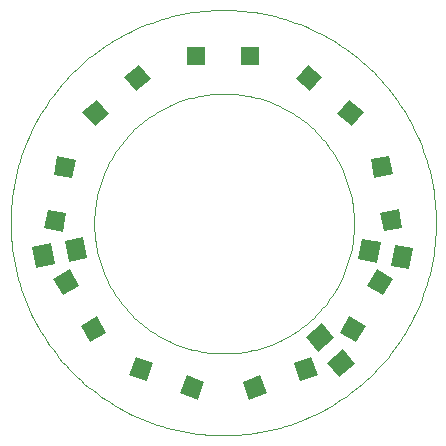
<source format=gtp>
G04 EAGLE Gerber RS-274X export*
G75*
%MOMM*%
%FSLAX35Y35*%
%LPD*%
%INsolder_paste_top*%
%IPPOS*%
%AMOC8*
5,1,8,0,0,1.08239X$1,22.5*%
G01*
%ADD10C,0.010000*%
%ADD11C,0.050000*%
%ADD12R,1.600000X1.800000*%
%ADD13R,1.600000X1.600000*%
%ADD14R,1.600000X1.600000*%


D10*
X1793375Y-42625D02*
X1793375Y57375D01*
X-1806625Y7375D02*
X-1806083Y51549D01*
X-1804457Y95697D01*
X-1801748Y139791D01*
X-1797958Y183806D01*
X-1793088Y227714D01*
X-1787143Y271490D01*
X-1780125Y315106D01*
X-1772039Y358538D01*
X-1762889Y401757D01*
X-1752681Y444739D01*
X-1741422Y487458D01*
X-1729118Y529887D01*
X-1715776Y572002D01*
X-1701404Y613777D01*
X-1686012Y655186D01*
X-1669608Y696205D01*
X-1652203Y736809D01*
X-1633806Y776974D01*
X-1614429Y816675D01*
X-1594083Y855889D01*
X-1572782Y894592D01*
X-1550536Y932760D01*
X-1527361Y970371D01*
X-1503270Y1007401D01*
X-1478278Y1043830D01*
X-1452399Y1079634D01*
X-1425649Y1114792D01*
X-1398044Y1149283D01*
X-1369601Y1183086D01*
X-1340337Y1216181D01*
X-1310270Y1248548D01*
X-1279417Y1280167D01*
X-1247798Y1311020D01*
X-1215431Y1341087D01*
X-1182336Y1370351D01*
X-1148533Y1398794D01*
X-1114042Y1426399D01*
X-1078884Y1453149D01*
X-1043080Y1479028D01*
X-1006651Y1504020D01*
X-969621Y1528111D01*
X-932010Y1551286D01*
X-893842Y1573532D01*
X-855139Y1594833D01*
X-815925Y1615179D01*
X-776224Y1634556D01*
X-736059Y1652953D01*
X-695455Y1670358D01*
X-654436Y1686762D01*
X-613027Y1702154D01*
X-571252Y1716526D01*
X-529137Y1729868D01*
X-486708Y1742172D01*
X-443989Y1753431D01*
X-401007Y1763639D01*
X-357788Y1772789D01*
X-314356Y1780875D01*
X-270740Y1787893D01*
X-226964Y1793838D01*
X-183056Y1798708D01*
X-139041Y1802498D01*
X-94947Y1805207D01*
X-50799Y1806833D01*
X-6625Y1807375D01*
X37549Y1806833D01*
X81697Y1805207D01*
X125791Y1802498D01*
X169806Y1798708D01*
X213714Y1793838D01*
X257490Y1787893D01*
X301106Y1780875D01*
X344538Y1772789D01*
X387757Y1763639D01*
X430739Y1753431D01*
X473458Y1742172D01*
X515887Y1729868D01*
X558002Y1716526D01*
X599777Y1702154D01*
X641186Y1686762D01*
X682205Y1670358D01*
X722809Y1652953D01*
X762974Y1634556D01*
X802675Y1615179D01*
X841889Y1594833D01*
X880592Y1573532D01*
X918760Y1551286D01*
X956371Y1528111D01*
X993401Y1504020D01*
X1029830Y1479028D01*
X1065634Y1453149D01*
X1100792Y1426399D01*
X1135283Y1398794D01*
X1169086Y1370351D01*
X1202181Y1341087D01*
X1234548Y1311020D01*
X1266167Y1280167D01*
X1297020Y1248548D01*
X1327087Y1216181D01*
X1356351Y1183086D01*
X1384794Y1149283D01*
X1412399Y1114792D01*
X1439149Y1079634D01*
X1465028Y1043830D01*
X1490020Y1007401D01*
X1514111Y970371D01*
X1537286Y932760D01*
X1559532Y894592D01*
X1580833Y855889D01*
X1601179Y816675D01*
X1620556Y776974D01*
X1638953Y736809D01*
X1656358Y696205D01*
X1672762Y655186D01*
X1688154Y613777D01*
X1702526Y572002D01*
X1715868Y529887D01*
X1728172Y487458D01*
X1739431Y444739D01*
X1749639Y401757D01*
X1758789Y358538D01*
X1766875Y315106D01*
X1773893Y271490D01*
X1779838Y227714D01*
X1784708Y183806D01*
X1788498Y139791D01*
X1791207Y95697D01*
X1792833Y51549D01*
X1793375Y7375D01*
X1792833Y-36799D01*
X1791207Y-80947D01*
X1788498Y-125041D01*
X1784708Y-169056D01*
X1779838Y-212964D01*
X1773893Y-256740D01*
X1766875Y-300356D01*
X1758789Y-343788D01*
X1749639Y-387007D01*
X1739431Y-429989D01*
X1728172Y-472708D01*
X1715868Y-515137D01*
X1702526Y-557252D01*
X1688154Y-599027D01*
X1672762Y-640436D01*
X1656358Y-681455D01*
X1638953Y-722059D01*
X1620556Y-762224D01*
X1601179Y-801925D01*
X1580833Y-841139D01*
X1559532Y-879842D01*
X1537286Y-918010D01*
X1514111Y-955621D01*
X1490020Y-992651D01*
X1465028Y-1029080D01*
X1439149Y-1064884D01*
X1412399Y-1100042D01*
X1384794Y-1134533D01*
X1356351Y-1168336D01*
X1327087Y-1201431D01*
X1297020Y-1233798D01*
X1266167Y-1265417D01*
X1234548Y-1296270D01*
X1202181Y-1326337D01*
X1169086Y-1355601D01*
X1135283Y-1384044D01*
X1100792Y-1411649D01*
X1065634Y-1438399D01*
X1029830Y-1464278D01*
X993401Y-1489270D01*
X956371Y-1513361D01*
X918760Y-1536536D01*
X880592Y-1558782D01*
X841889Y-1580083D01*
X802675Y-1600429D01*
X762974Y-1619806D01*
X722809Y-1638203D01*
X682205Y-1655608D01*
X641186Y-1672012D01*
X599777Y-1687404D01*
X558002Y-1701776D01*
X515887Y-1715118D01*
X473458Y-1727422D01*
X430739Y-1738681D01*
X387757Y-1748889D01*
X344538Y-1758039D01*
X301106Y-1766125D01*
X257490Y-1773143D01*
X213714Y-1779088D01*
X169806Y-1783958D01*
X125791Y-1787748D01*
X81697Y-1790457D01*
X37549Y-1792083D01*
X-6625Y-1792625D01*
X-50799Y-1792083D01*
X-94947Y-1790457D01*
X-139041Y-1787748D01*
X-183056Y-1783958D01*
X-226964Y-1779088D01*
X-270740Y-1773143D01*
X-314356Y-1766125D01*
X-357788Y-1758039D01*
X-401007Y-1748889D01*
X-443989Y-1738681D01*
X-486708Y-1727422D01*
X-529137Y-1715118D01*
X-571252Y-1701776D01*
X-613027Y-1687404D01*
X-654436Y-1672012D01*
X-695455Y-1655608D01*
X-736059Y-1638203D01*
X-776224Y-1619806D01*
X-815925Y-1600429D01*
X-855139Y-1580083D01*
X-893842Y-1558782D01*
X-932010Y-1536536D01*
X-969621Y-1513361D01*
X-1006651Y-1489270D01*
X-1043080Y-1464278D01*
X-1078884Y-1438399D01*
X-1114042Y-1411649D01*
X-1148533Y-1384044D01*
X-1182336Y-1355601D01*
X-1215431Y-1326337D01*
X-1247798Y-1296270D01*
X-1279417Y-1265417D01*
X-1310270Y-1233798D01*
X-1340337Y-1201431D01*
X-1369601Y-1168336D01*
X-1398044Y-1134533D01*
X-1425649Y-1100042D01*
X-1452399Y-1064884D01*
X-1478278Y-1029080D01*
X-1503270Y-992651D01*
X-1527361Y-955621D01*
X-1550536Y-918010D01*
X-1572782Y-879842D01*
X-1594083Y-841139D01*
X-1614429Y-801925D01*
X-1633806Y-762224D01*
X-1652203Y-722059D01*
X-1669608Y-681455D01*
X-1686012Y-640436D01*
X-1701404Y-599027D01*
X-1715776Y-557252D01*
X-1729118Y-515137D01*
X-1741422Y-472708D01*
X-1752681Y-429989D01*
X-1762889Y-387007D01*
X-1772039Y-343788D01*
X-1780125Y-300356D01*
X-1787143Y-256740D01*
X-1793088Y-212964D01*
X-1797958Y-169056D01*
X-1801748Y-125041D01*
X-1804457Y-80947D01*
X-1806083Y-36799D01*
X-1806625Y7375D01*
D11*
X-1100045Y0D02*
X-1099714Y26996D01*
X-1098720Y53977D01*
X-1097064Y80924D01*
X-1094748Y107823D01*
X-1091772Y134657D01*
X-1088139Y161410D01*
X-1083850Y188066D01*
X-1078908Y214608D01*
X-1073316Y241021D01*
X-1067078Y267289D01*
X-1060197Y293396D01*
X-1052677Y319326D01*
X-1044524Y345064D01*
X-1035741Y370594D01*
X-1026334Y395901D01*
X-1016309Y420969D01*
X-1005672Y445784D01*
X-994429Y470330D01*
X-982587Y494593D01*
X-970153Y518558D01*
X-957135Y542210D01*
X-943540Y565536D01*
X-929377Y588521D01*
X-914654Y611152D01*
X-899380Y633415D01*
X-883564Y655296D01*
X-867217Y676782D01*
X-850346Y697861D01*
X-832964Y718520D01*
X-815080Y738745D01*
X-796704Y758526D01*
X-777849Y777849D01*
X-758526Y796704D01*
X-738745Y815080D01*
X-718520Y832964D01*
X-697861Y850346D01*
X-676782Y867217D01*
X-655296Y883564D01*
X-633415Y899380D01*
X-611152Y914654D01*
X-588521Y929377D01*
X-565536Y943540D01*
X-542210Y957135D01*
X-518558Y970153D01*
X-494593Y982587D01*
X-470330Y994429D01*
X-445784Y1005672D01*
X-420969Y1016309D01*
X-395901Y1026334D01*
X-370594Y1035741D01*
X-345064Y1044524D01*
X-319326Y1052677D01*
X-293396Y1060197D01*
X-267289Y1067078D01*
X-241021Y1073316D01*
X-214608Y1078908D01*
X-188066Y1083850D01*
X-161410Y1088139D01*
X-134657Y1091772D01*
X-107823Y1094748D01*
X-80924Y1097064D01*
X-53977Y1098720D01*
X-26996Y1099714D01*
X0Y1100045D01*
X26996Y1099714D01*
X53977Y1098720D01*
X80924Y1097064D01*
X107823Y1094748D01*
X134657Y1091772D01*
X161410Y1088139D01*
X188066Y1083850D01*
X214608Y1078908D01*
X241021Y1073316D01*
X267289Y1067078D01*
X293396Y1060197D01*
X319326Y1052677D01*
X345064Y1044524D01*
X370594Y1035741D01*
X395901Y1026334D01*
X420969Y1016309D01*
X445784Y1005672D01*
X470330Y994429D01*
X494593Y982587D01*
X518558Y970153D01*
X542210Y957135D01*
X565536Y943540D01*
X588521Y929377D01*
X611152Y914654D01*
X633415Y899380D01*
X655296Y883564D01*
X676782Y867217D01*
X697861Y850346D01*
X718520Y832964D01*
X738745Y815080D01*
X758526Y796704D01*
X777849Y777849D01*
X796704Y758526D01*
X815080Y738745D01*
X832964Y718520D01*
X850346Y697861D01*
X867217Y676782D01*
X883564Y655296D01*
X899380Y633415D01*
X914654Y611152D01*
X929377Y588521D01*
X943540Y565536D01*
X957135Y542210D01*
X970153Y518558D01*
X982587Y494593D01*
X994429Y470330D01*
X1005672Y445784D01*
X1016309Y420969D01*
X1026334Y395901D01*
X1035741Y370594D01*
X1044524Y345064D01*
X1052677Y319326D01*
X1060197Y293396D01*
X1067078Y267289D01*
X1073316Y241021D01*
X1078908Y214608D01*
X1083850Y188066D01*
X1088139Y161410D01*
X1091772Y134657D01*
X1094748Y107823D01*
X1097064Y80924D01*
X1098720Y53977D01*
X1099714Y26996D01*
X1100045Y0D01*
X1099714Y-26996D01*
X1098720Y-53977D01*
X1097064Y-80924D01*
X1094748Y-107823D01*
X1091772Y-134657D01*
X1088139Y-161410D01*
X1083850Y-188066D01*
X1078908Y-214608D01*
X1073316Y-241021D01*
X1067078Y-267289D01*
X1060197Y-293396D01*
X1052677Y-319326D01*
X1044524Y-345064D01*
X1035741Y-370594D01*
X1026334Y-395901D01*
X1016309Y-420969D01*
X1005672Y-445784D01*
X994429Y-470330D01*
X982587Y-494593D01*
X970153Y-518558D01*
X957135Y-542210D01*
X943540Y-565536D01*
X929377Y-588521D01*
X914654Y-611152D01*
X899380Y-633415D01*
X883564Y-655296D01*
X867217Y-676782D01*
X850346Y-697861D01*
X832964Y-718520D01*
X815080Y-738745D01*
X796704Y-758526D01*
X777849Y-777849D01*
X758526Y-796704D01*
X738745Y-815080D01*
X718520Y-832964D01*
X697861Y-850346D01*
X676782Y-867217D01*
X655296Y-883564D01*
X633415Y-899380D01*
X611152Y-914654D01*
X588521Y-929377D01*
X565536Y-943540D01*
X542210Y-957135D01*
X518558Y-970153D01*
X494593Y-982587D01*
X470330Y-994429D01*
X445784Y-1005672D01*
X420969Y-1016309D01*
X395901Y-1026334D01*
X370594Y-1035741D01*
X345064Y-1044524D01*
X319326Y-1052677D01*
X293396Y-1060197D01*
X267289Y-1067078D01*
X241021Y-1073316D01*
X214608Y-1078908D01*
X188066Y-1083850D01*
X161410Y-1088139D01*
X134657Y-1091772D01*
X107823Y-1094748D01*
X80924Y-1097064D01*
X53977Y-1098720D01*
X26996Y-1099714D01*
X0Y-1100045D01*
X-26996Y-1099714D01*
X-53977Y-1098720D01*
X-80924Y-1097064D01*
X-107823Y-1094748D01*
X-134657Y-1091772D01*
X-161410Y-1088139D01*
X-188066Y-1083850D01*
X-214608Y-1078908D01*
X-241021Y-1073316D01*
X-267289Y-1067078D01*
X-293396Y-1060197D01*
X-319326Y-1052677D01*
X-345064Y-1044524D01*
X-370594Y-1035741D01*
X-395901Y-1026334D01*
X-420969Y-1016309D01*
X-445784Y-1005672D01*
X-470330Y-994429D01*
X-494593Y-982587D01*
X-518558Y-970153D01*
X-542210Y-957135D01*
X-565536Y-943540D01*
X-588521Y-929377D01*
X-611152Y-914654D01*
X-633415Y-899380D01*
X-655296Y-883564D01*
X-676782Y-867217D01*
X-697861Y-850346D01*
X-718520Y-832964D01*
X-738745Y-815080D01*
X-758526Y-796704D01*
X-777849Y-777849D01*
X-796704Y-758526D01*
X-815080Y-738745D01*
X-832964Y-718520D01*
X-850346Y-697861D01*
X-867217Y-676782D01*
X-883564Y-655296D01*
X-899380Y-633415D01*
X-914654Y-611152D01*
X-929377Y-588521D01*
X-943540Y-565536D01*
X-957135Y-542210D01*
X-970153Y-518558D01*
X-982587Y-494593D01*
X-994429Y-470330D01*
X-1005672Y-445784D01*
X-1016309Y-420969D01*
X-1026334Y-395901D01*
X-1035741Y-370594D01*
X-1044524Y-345064D01*
X-1052677Y-319326D01*
X-1060197Y-293396D01*
X-1067078Y-267289D01*
X-1073316Y-241021D01*
X-1078908Y-214608D01*
X-1083850Y-188066D01*
X-1088139Y-161410D01*
X-1091772Y-134657D01*
X-1094748Y-107823D01*
X-1097064Y-80924D01*
X-1098720Y-53977D01*
X-1099714Y-26996D01*
X-1100045Y0D01*
D12*
G36*
X1443502Y-179337D02*
X1600667Y-209318D01*
X1566938Y-386129D01*
X1409773Y-356148D01*
X1443502Y-179337D01*
G37*
G36*
X1168462Y-126871D02*
X1325627Y-156852D01*
X1291898Y-333663D01*
X1134733Y-303682D01*
X1168462Y-126871D01*
G37*
G36*
X794352Y-1083573D02*
X693011Y-959760D01*
X832302Y-845751D01*
X933643Y-969564D01*
X794352Y-1083573D01*
G37*
G36*
X971698Y-1300249D02*
X870357Y-1176436D01*
X1009648Y-1062427D01*
X1110989Y-1186240D01*
X971698Y-1300249D01*
G37*
D13*
G36*
X793666Y-1279148D02*
X643316Y-1333872D01*
X588592Y-1183522D01*
X738942Y-1128798D01*
X793666Y-1279148D01*
G37*
G36*
X361408Y-1436477D02*
X211058Y-1491201D01*
X156334Y-1340851D01*
X306684Y-1286127D01*
X361408Y-1436477D01*
G37*
G36*
X1429282Y-466532D02*
X1349282Y-605096D01*
X1210718Y-525096D01*
X1290718Y-386532D01*
X1429282Y-466532D01*
G37*
G36*
X1199282Y-864904D02*
X1119282Y-1003468D01*
X980718Y-923468D01*
X1060718Y-784904D01*
X1199282Y-864904D01*
G37*
G36*
X1399953Y574182D02*
X1427737Y416614D01*
X1270169Y388830D01*
X1242385Y546398D01*
X1399953Y574182D01*
G37*
G36*
X1479831Y121170D02*
X1507615Y-36398D01*
X1350047Y-64182D01*
X1322263Y93386D01*
X1479831Y121170D01*
G37*
G36*
X-748942Y-1128798D02*
X-598592Y-1183522D01*
X-653316Y-1333872D01*
X-803666Y-1279148D01*
X-748942Y-1128798D01*
G37*
G36*
X-316684Y-1286127D02*
X-166334Y-1340851D01*
X-221058Y-1491201D01*
X-371408Y-1436477D01*
X-316684Y-1286127D01*
G37*
G36*
X-1305718Y-386532D02*
X-1225718Y-525096D01*
X-1364282Y-605096D01*
X-1444282Y-466532D01*
X-1305718Y-386532D01*
G37*
G36*
X-1075718Y-784904D02*
X-995718Y-923468D01*
X-1134282Y-1003468D01*
X-1214282Y-864904D01*
X-1075718Y-784904D01*
G37*
G36*
X-1257385Y541398D02*
X-1285169Y383830D01*
X-1442737Y411614D01*
X-1414953Y569182D01*
X-1257385Y541398D01*
G37*
G36*
X-1337263Y88386D02*
X-1365047Y-69182D01*
X-1522615Y-41398D01*
X-1494831Y116170D01*
X-1337263Y88386D01*
G37*
G36*
X-621104Y1222981D02*
X-743670Y1120135D01*
X-846516Y1242701D01*
X-723950Y1345547D01*
X-621104Y1222981D01*
G37*
G36*
X-973484Y927299D02*
X-1096050Y824453D01*
X-1198896Y947019D01*
X-1076330Y1049865D01*
X-973484Y927299D01*
G37*
D14*
X220000Y1415000D03*
X-240000Y1415000D03*
D13*
G36*
X1081050Y824453D02*
X958484Y927299D01*
X1061330Y1049865D01*
X1183896Y947019D01*
X1081050Y824453D01*
G37*
G36*
X728670Y1120135D02*
X606104Y1222981D01*
X708950Y1345547D01*
X831516Y1242701D01*
X728670Y1120135D01*
G37*
D12*
G36*
X-1348274Y-145206D02*
X-1191215Y-114676D01*
X-1156870Y-291368D01*
X-1313929Y-321898D01*
X-1348274Y-145206D01*
G37*
G36*
X-1623130Y-198632D02*
X-1466071Y-168102D01*
X-1431726Y-344794D01*
X-1588785Y-375324D01*
X-1623130Y-198632D01*
G37*
M02*

</source>
